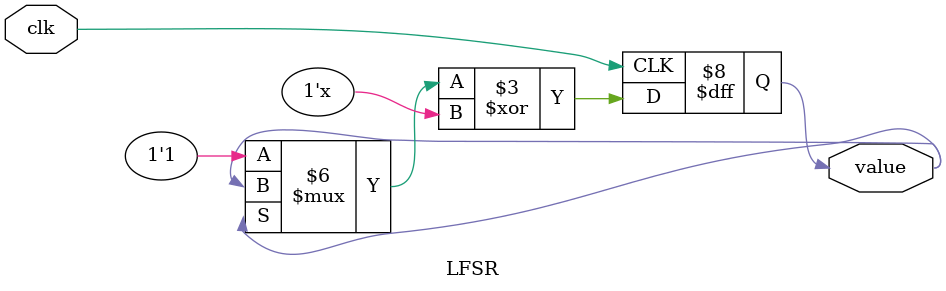
<source format=v>
module LFSR #(parameter SIZE = 1)(clk, value);
	input clk;
	output reg [SIZE-1:0] value;

	reg feedback;
	
	always@(posedge clk)
	begin
		if(value == {(SIZE-1){1'b0}})
		begin
			value[SIZE-1] = 1'b1;
		end
		feedback = value[SIZE-1] ^ value[SIZE-2];
		value = value << 1;
		value[0] = feedback;
	end
endmodule

</source>
